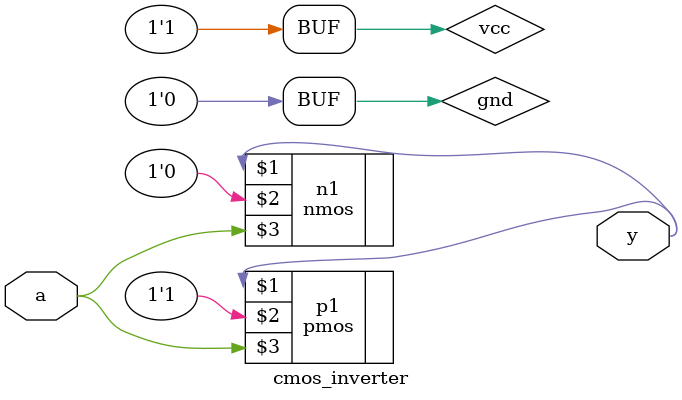
<source format=v>
`timescale 1ns / 1ps


module cmos_inverter(a,y);
    input a;
    output y;
    supply1 vcc;
    supply0 gnd;
    pmos p1 (y,vcc,a);
    nmos n1 (y,gnd,a);
   
endmodule

</source>
